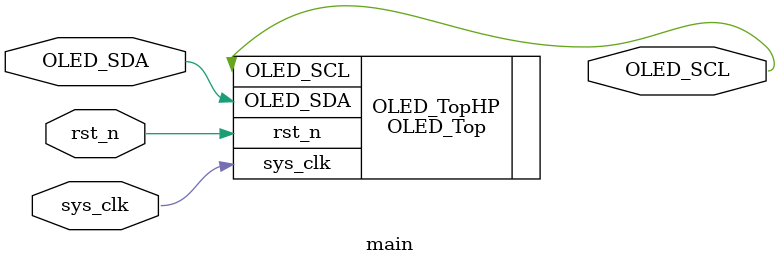
<source format=v>








module main(

	input			sys_clk,
	input			rst_n,
	
	
	

	//OLED IIC
	output		OLED_SCL,
	inout			OLED_SDA
);






OLED_Top OLED_TopHP(

	.sys_clk		(sys_clk),
	.rst_n		(rst_n),

	
	
	
		//OLED IIC
	.OLED_SCL	(OLED_SCL),
	.OLED_SDA	(OLED_SDA)
);











endmodule 
</source>
